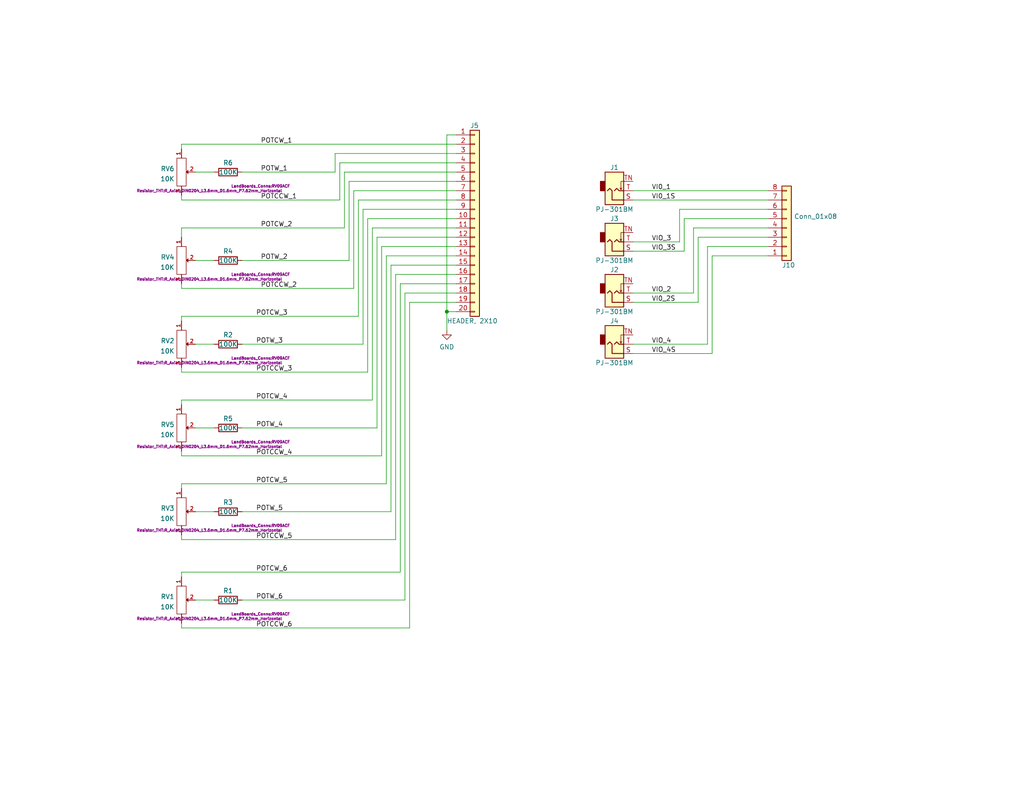
<source format=kicad_sch>
(kicad_sch (version 20211123) (generator eeschema)
  (paper "A")
  (title_block (title "6 POTS, 4 JACKS") (date "2022-10-19") (rev "1") (comment 1 "5 CHANNEL MIXER") (comment 2 "https://note.com/solder_state/n/nffc1a33053be"))
  (lib_symbols
    (symbol "Connector:AudioJack2_SwitchT"
      (property "Reference" "J" (at 0 8.89 0))
      (property "Value" "AudioJack2_SwitchT" (at 0 6.35 0))
      (symbol "AudioJack2_SwitchT_0_1"
        (rectangle (start -2.54 0) (end -3.81 -2.54) (stroke (width 0.254)) (fill (type outline)))
        (polyline (pts (xy 1.778 -0.254) (xy 2.032 -0.762)))
        (polyline (pts (xy 0 0) (xy 0.635 -0.635) (xy 1.27 0) (xy 2.54 0)) (stroke (width 0.254)))
        (polyline (pts (xy 2.54 -2.54) (xy 1.778 -2.54) (xy 1.778 -0.254) (xy 1.524 -0.762)))
        (polyline (pts (xy 2.54 2.54) (xy -0.635 2.54) (xy -0.635 0) (xy -1.27 -0.635) (xy -1.905 0)) (stroke (width 0.254)))
        (rectangle (start 2.54 3.81) (end -2.54 -5.08) (stroke (width 0.254)) (fill (type background)))
      )
      (symbol "AudioJack2_SwitchT_1_1"
        (pin passive line (at 5.08 2.54 180) (length 2.54) (name "~") (number "S"))
        (pin passive line (at 5.08 0 180) (length 2.54) (name "~") (number "T"))
        (pin passive line (at 5.08 -2.54 180) (length 2.54) (name "~") (number "TN"))
      )
    )
    (symbol "Connector_Generic:Conn_01x08" (pin_names (offset 1.016) hide)
      (property "Reference" "J" (at 0 10.16 0))
      (property "Value" "Conn_01x08" (at 0 -12.7 0))
      (symbol "Conn_01x08_1_1"
        (rectangle (start -1.27 -10.033) (end 0 -10.287) (stroke (width 0.1524)))
        (rectangle (start -1.27 -7.493) (end 0 -7.747) (stroke (width 0.1524)))
        (rectangle (start -1.27 -4.953) (end 0 -5.207) (stroke (width 0.1524)))
        (rectangle (start -1.27 -2.413) (end 0 -2.667) (stroke (width 0.1524)))
        (rectangle (start -1.27 0.127) (end 0 -0.127) (stroke (width 0.1524)))
        (rectangle (start -1.27 2.667) (end 0 2.413) (stroke (width 0.1524)))
        (rectangle (start -1.27 5.207) (end 0 4.953) (stroke (width 0.1524)))
        (rectangle (start -1.27 7.747) (end 0 7.493) (stroke (width 0.1524)))
        (rectangle (start -1.27 8.89) (end 1.27 -11.43) (stroke (width 0.254)) (fill (type background)))
        (pin passive line (at -5.08 7.62 0) (length 3.81) (name "Pin_1") (number "1"))
        (pin passive line (at -5.08 5.08 0) (length 3.81) (name "Pin_2") (number "2"))
        (pin passive line (at -5.08 2.54 0) (length 3.81) (name "Pin_3") (number "3"))
        (pin passive line (at -5.08 0 0) (length 3.81) (name "Pin_4") (number "4"))
        (pin passive line (at -5.08 -2.54 0) (length 3.81) (name "Pin_5") (number "5"))
        (pin passive line (at -5.08 -5.08 0) (length 3.81) (name "Pin_6") (number "6"))
        (pin passive line (at -5.08 -7.62 0) (length 3.81) (name "Pin_7") (number "7"))
        (pin passive line (at -5.08 -10.16 0) (length 3.81) (name "Pin_8") (number "8"))
      )
    )
    (symbol "Connector_Generic:Conn_01x20" (pin_names (offset 1.016) hide)
      (property "Reference" "J" (at 0 25.4 0))
      (property "Value" "Conn_01x20" (at 0 -27.94 0))
      (symbol "Conn_01x20_1_1"
        (rectangle (start -1.27 -25.273) (end 0 -25.527) (stroke (width 0.1524)))
        (rectangle (start -1.27 -22.733) (end 0 -22.987) (stroke (width 0.1524)))
        (rectangle (start -1.27 -20.193) (end 0 -20.447) (stroke (width 0.1524)))
        (rectangle (start -1.27 -17.653) (end 0 -17.907) (stroke (width 0.1524)))
        (rectangle (start -1.27 -15.113) (end 0 -15.367) (stroke (width 0.1524)))
        (rectangle (start -1.27 -12.573) (end 0 -12.827) (stroke (width 0.1524)))
        (rectangle (start -1.27 -10.033) (end 0 -10.287) (stroke (width 0.1524)))
        (rectangle (start -1.27 -7.493) (end 0 -7.747) (stroke (width 0.1524)))
        (rectangle (start -1.27 -4.953) (end 0 -5.207) (stroke (width 0.1524)))
        (rectangle (start -1.27 -2.413) (end 0 -2.667) (stroke (width 0.1524)))
        (rectangle (start -1.27 0.127) (end 0 -0.127) (stroke (width 0.1524)))
        (rectangle (start -1.27 2.667) (end 0 2.413) (stroke (width 0.1524)))
        (rectangle (start -1.27 5.207) (end 0 4.953) (stroke (width 0.1524)))
        (rectangle (start -1.27 7.747) (end 0 7.493) (stroke (width 0.1524)))
        (rectangle (start -1.27 10.287) (end 0 10.033) (stroke (width 0.1524)))
        (rectangle (start -1.27 12.827) (end 0 12.573) (stroke (width 0.1524)))
        (rectangle (start -1.27 15.367) (end 0 15.113) (stroke (width 0.1524)))
        (rectangle (start -1.27 17.907) (end 0 17.653) (stroke (width 0.1524)))
        (rectangle (start -1.27 20.447) (end 0 20.193) (stroke (width 0.1524)))
        (rectangle (start -1.27 22.987) (end 0 22.733) (stroke (width 0.1524)))
        (rectangle (start -1.27 24.13) (end 1.27 -26.67) (stroke (width 0.254)) (fill (type background)))
        (pin passive line (at -5.08 22.86 0) (length 3.81) (name "Pin_1") (number "1"))
        (pin passive line (at -5.08 0 0) (length 3.81) (name "Pin_10") (number "10"))
        (pin passive line (at -5.08 -2.54 0) (length 3.81) (name "Pin_11") (number "11"))
        (pin passive line (at -5.08 -5.08 0) (length 3.81) (name "Pin_12") (number "12"))
        (pin passive line (at -5.08 -7.62 0) (length 3.81) (name "Pin_13") (number "13"))
        (pin passive line (at -5.08 -10.16 0) (length 3.81) (name "Pin_14") (number "14"))
        (pin passive line (at -5.08 -12.7 0) (length 3.81) (name "Pin_15") (number "15"))
        (pin passive line (at -5.08 -15.24 0) (length 3.81) (name "Pin_16") (number "16"))
        (pin passive line (at -5.08 -17.78 0) (length 3.81) (name "Pin_17") (number "17"))
        (pin passive line (at -5.08 -20.32 0) (length 3.81) (name "Pin_18") (number "18"))
        (pin passive line (at -5.08 -22.86 0) (length 3.81) (name "Pin_19") (number "19"))
        (pin passive line (at -5.08 20.32 0) (length 3.81) (name "Pin_2") (number "2"))
        (pin passive line (at -5.08 -25.4 0) (length 3.81) (name "Pin_20") (number "20"))
        (pin passive line (at -5.08 17.78 0) (length 3.81) (name "Pin_3") (number "3"))
        (pin passive line (at -5.08 15.24 0) (length 3.81) (name "Pin_4") (number "4"))
        (pin passive line (at -5.08 12.7 0) (length 3.81) (name "Pin_5") (number "5"))
        (pin passive line (at -5.08 10.16 0) (length 3.81) (name "Pin_6") (number "6"))
        (pin passive line (at -5.08 7.62 0) (length 3.81) (name "Pin_7") (number "7"))
        (pin passive line (at -5.08 5.08 0) (length 3.81) (name "Pin_8") (number "8"))
        (pin passive line (at -5.08 2.54 0) (length 3.81) (name "Pin_9") (number "9"))
      )
    )
    (symbol "Device:R" (pin_numbers hide) (pin_names (offset 0))
      (property "Reference" "R" (at 2.032 0 90))
      (property "Value" "R" (at 0 0 90))
      (symbol "R_0_1"
        (rectangle (start -1.016 -2.54) (end 1.016 2.54) (stroke (width 0.254)))
      )
      (symbol "R_1_1"
        (pin passive line (at 0 3.81 270) (length 1.27) (name "~") (number "1"))
        (pin passive line (at 0 -3.81 90) (length 1.27) (name "~") (number "2"))
      )
    )
    (symbol "LandBoards:POT" (pin_names (offset 1.016) hide)
      (property "Reference" "RV" (at 0 -2.54 0))
      (property "Value" "POT" (at 0 0 0))
      (symbol "POT_0_1"
        (rectangle (start -3.81 1.27) (end 3.81 -1.27))
        (polyline (pts (xy 0 1.27) (xy -0.508 1.778) (xy 0.508 1.778)) (fill (type outline)))
      )
      (symbol "POT_1_1"
        (pin passive line (at -6.35 0 0) (length 2.54) (name "1") (number "1"))
        (pin passive line (at 0 3.81 270) (length 2.032) (name "2") (number "2"))
        (pin passive line (at 6.35 0 180) (length 2.54) (name "3") (number "3"))
      )
    )
    (symbol "power:GND" (power) (pin_names (offset 0))
      (property "Value" "GND" (at 0 -3.81 0))
      (symbol "GND_0_1"
        (polyline (pts (xy 0 0) (xy 0 -1.27) (xy 1.27 -1.27) (xy 0 -2.54) (xy -1.27 -1.27) (xy 0 -1.27)))
      )
      (symbol "GND_1_1"
        (pin power_in line (at 0 0 270) (length 0) hide (name "GND") (number "1"))
      )
    )
  )
  (junction (at 121.92 85.09))
  (wire (pts (xy 107.95 147.32) (xy 107.95 74.93)))
  (wire (pts (xy 124.46 69.85) (xy 105.41 69.85)))
  (wire (pts (xy 96.52 78.74) (xy 96.52 52.07)))
  (wire (pts (xy 49.53 100.33) (xy 49.53 101.6)))
  (wire (pts (xy 124.46 62.23) (xy 101.6 62.23)))
  (wire (pts (xy 102.87 116.84) (xy 66.04 116.84)))
  (wire (pts (xy 124.46 72.39) (xy 106.68 72.39)))
  (wire (pts (xy 49.53 77.47) (xy 49.53 78.74)))
  (wire (pts (xy 172.72 80.01) (xy 189.23 80.01)))
  (wire (pts (xy 185.42 66.04) (xy 185.42 57.15)))
  (wire (pts (xy 110.49 80.01) (xy 110.49 163.83)))
  (wire (pts (xy 104.14 67.31) (xy 104.14 124.46)))
  (wire (pts (xy 193.04 67.31) (xy 209.55 67.31)))
  (wire (pts (xy 58.42 163.83) (xy 53.34 163.83)))
  (wire (pts (xy 111.76 82.55) (xy 111.76 171.45)))
  (wire (pts (xy 49.53 133.35) (xy 49.53 132.08)))
  (wire (pts (xy 49.53 54.61) (xy 92.71 54.61)))
  (wire (pts (xy 106.68 72.39) (xy 106.68 139.7)))
  (wire (pts (xy 49.53 156.21) (xy 109.22 156.21)))
  (wire (pts (xy 107.95 74.93) (xy 124.46 74.93)))
  (wire (pts (xy 49.53 147.32) (xy 107.95 147.32)))
  (wire (pts (xy 49.53 171.45) (xy 111.76 171.45)))
  (wire (pts (xy 49.53 170.18) (xy 49.53 171.45)))
  (wire (pts (xy 49.53 39.37) (xy 49.53 40.64)))
  (wire (pts (xy 102.87 64.77) (xy 102.87 116.84)))
  (wire (pts (xy 66.04 163.83) (xy 110.49 163.83)))
  (wire (pts (xy 172.72 96.52) (xy 194.31 96.52)))
  (wire (pts (xy 49.53 64.77) (xy 49.53 62.23)))
  (wire (pts (xy 49.53 78.74) (xy 96.52 78.74)))
  (wire (pts (xy 58.42 93.98) (xy 53.34 93.98)))
  (wire (pts (xy 185.42 57.15) (xy 209.55 57.15)))
  (wire (pts (xy 172.72 68.58) (xy 186.69 68.58)))
  (wire (pts (xy 49.53 86.36) (xy 97.79 86.36)))
  (wire (pts (xy 96.52 52.07) (xy 124.46 52.07)))
  (wire (pts (xy 121.92 36.83) (xy 121.92 85.09)))
  (wire (pts (xy 66.04 93.98) (xy 99.06 93.98)))
  (wire (pts (xy 101.6 62.23) (xy 101.6 109.22)))
  (wire (pts (xy 58.42 139.7) (xy 53.34 139.7)))
  (wire (pts (xy 93.98 62.23) (xy 93.98 46.99)))
  (wire (pts (xy 186.69 68.58) (xy 186.69 59.69)))
  (wire (pts (xy 99.06 57.15) (xy 99.06 93.98)))
  (wire (pts (xy 193.04 93.98) (xy 193.04 67.31)))
  (wire (pts (xy 194.31 69.85) (xy 209.55 69.85)))
  (wire (pts (xy 106.68 139.7) (xy 66.04 139.7)))
  (wire (pts (xy 97.79 86.36) (xy 97.79 54.61)))
  (wire (pts (xy 101.6 109.22) (xy 49.53 109.22)))
  (wire (pts (xy 172.72 82.55) (xy 190.5 82.55)))
  (wire (pts (xy 124.46 41.91) (xy 91.44 41.91)))
  (wire (pts (xy 95.25 71.12) (xy 95.25 49.53)))
  (wire (pts (xy 124.46 57.15) (xy 99.06 57.15)))
  (wire (pts (xy 109.22 77.47) (xy 109.22 156.21)))
  (wire (pts (xy 49.53 123.19) (xy 49.53 124.46)))
  (wire (pts (xy 49.53 157.48) (xy 49.53 156.21)))
  (wire (pts (xy 93.98 46.99) (xy 124.46 46.99)))
  (wire (pts (xy 100.33 59.69) (xy 100.33 101.6)))
  (wire (pts (xy 121.92 85.09) (xy 121.92 90.17)))
  (wire (pts (xy 100.33 101.6) (xy 49.53 101.6)))
  (wire (pts (xy 189.23 62.23) (xy 209.55 62.23)))
  (wire (pts (xy 49.53 87.63) (xy 49.53 86.36)))
  (wire (pts (xy 49.53 132.08) (xy 105.41 132.08)))
  (wire (pts (xy 172.72 54.61) (xy 209.55 54.61)))
  (wire (pts (xy 66.04 71.12) (xy 95.25 71.12)))
  (wire (pts (xy 49.53 53.34) (xy 49.53 54.61)))
  (wire (pts (xy 172.72 93.98) (xy 193.04 93.98)))
  (wire (pts (xy 190.5 64.77) (xy 209.55 64.77)))
  (wire (pts (xy 97.79 54.61) (xy 124.46 54.61)))
  (wire (pts (xy 105.41 69.85) (xy 105.41 132.08)))
  (wire (pts (xy 95.25 49.53) (xy 124.46 49.53)))
  (wire (pts (xy 124.46 36.83) (xy 121.92 36.83)))
  (wire (pts (xy 104.14 124.46) (xy 49.53 124.46)))
  (wire (pts (xy 124.46 77.47) (xy 109.22 77.47)))
  (wire (pts (xy 124.46 82.55) (xy 111.76 82.55)))
  (wire (pts (xy 124.46 80.01) (xy 110.49 80.01)))
  (wire (pts (xy 92.71 54.61) (xy 92.71 44.45)))
  (wire (pts (xy 194.31 96.52) (xy 194.31 69.85)))
  (wire (pts (xy 49.53 110.49) (xy 49.53 109.22)))
  (wire (pts (xy 92.71 44.45) (xy 124.46 44.45)))
  (wire (pts (xy 124.46 59.69) (xy 100.33 59.69)))
  (wire (pts (xy 124.46 67.31) (xy 104.14 67.31)))
  (wire (pts (xy 49.53 62.23) (xy 93.98 62.23)))
  (wire (pts (xy 66.04 46.99) (xy 91.44 46.99)))
  (wire (pts (xy 49.53 39.37) (xy 124.46 39.37)))
  (wire (pts (xy 121.92 85.09) (xy 124.46 85.09)))
  (wire (pts (xy 53.34 71.12) (xy 58.42 71.12)))
  (wire (pts (xy 124.46 64.77) (xy 102.87 64.77)))
  (wire (pts (xy 189.23 80.01) (xy 189.23 62.23)))
  (wire (pts (xy 172.72 52.07) (xy 209.55 52.07)))
  (wire (pts (xy 172.72 66.04) (xy 185.42 66.04)))
  (wire (pts (xy 190.5 82.55) (xy 190.5 64.77)))
  (wire (pts (xy 91.44 41.91) (xy 91.44 46.99)))
  (wire (pts (xy 186.69 59.69) (xy 209.55 59.69)))
  (wire (pts (xy 49.53 146.05) (xy 49.53 147.32)))
  (wire (pts (xy 53.34 46.99) (xy 58.42 46.99)))
  (wire (pts (xy 58.42 116.84) (xy 53.34 116.84)))
  (label "VIO_3" (at 177.8 66.04 0))
  (label "POTW_2" (at 71.12 71.12 0))
  (label "POTW_3" (at 69.85 93.98 0))
  (label "POTCCW_5" (at 69.85 147.32 0))
  (label "VIO_2" (at 177.8 80.01 0))
  (label "VIO_4" (at 177.8 93.98 0))
  (label "POTCCW_2" (at 71.12 78.74 0))
  (label "POTW_1" (at 71.12 46.99 0))
  (label "VIO_3S" (at 177.8 68.58 0))
  (label "POTCW_4" (at 69.85 109.22 0))
  (label "POTCW_2" (at 71.12 62.23 0))
  (label "POTCW_6" (at 69.85 156.21 0))
  (label "POTW_5" (at 69.85 139.7 0))
  (label "POTCW_1" (at 71.12 39.37 0))
  (label "POTCCW_4" (at 69.85 124.46 0))
  (label "VI0_1" (at 177.8 52.07 0))
  (label "POTCW_3" (at 69.85 86.36 0))
  (label "POTW_4" (at 69.85 116.84 0))
  (label "POTCCW_1" (at 71.12 54.61 0))
  (label "VI0_1S" (at 177.8 54.61 0))
  (label "POTCW_5" (at 69.85 132.08 0))
  (label "POTCCW_3" (at 69.85 101.6 0))
  (label "VIO_4S" (at 177.8 96.52 0))
  (label "POTW_6" (at 69.85 163.83 0))
  (label "POTCCW_6" (at 69.85 171.45 0))
  (label "VI0_2S" (at 177.8 82.55 0))
  (symbol (lib_id "Device:R") (at 62.23 139.7 90) (unit 1)
    (property "Reference" "R3" (at 62.23 137.16 90))
    (property "Value" "100K" (at 62.23 139.7 90))
    (property "Footprint" "Resistor_THT:R_Axial_DIN0204_L3.6mm_D1.6mm_P7.62mm_Horizontal" (at 57.15 144.78 90) (effects (font (size 0.762 0.762))))
    (property "Datasheet" "https://www.mouser.com/ProductDetail/Xicon/299-2.2K-RC?qs=QaPBMFBEHz3RDbXknTj%252ByA%3D%3D" (effects hide))
  )
  (symbol (lib_id "Connector_Generic:Conn_01x08") (at 214.63 62.23 0) (mirror x) (unit 1)
    (property "Reference" "J10" (at 213.36 72.39 0) (effects (justify left)))
    (property "Value" "Conn_01x08" (at 216.662 59.0934 0) (effects (justify left)))
    (property "Footprint" "Connector_PinHeader_2.54mm:PinHeader_1x08_P2.54mm_Vertical" (effects hide))
  )
  (symbol (lib_id "Connector:AudioJack2_SwitchT") (at 167.64 66.04 0) (mirror x) (unit 1)
    (property "Reference" "J3" (at 167.64 59.69 0))
    (property "Value" "PJ-301BM" (at 167.64 71.12 0))
    (property "Footprint" "AudioJacks:Jack_3.5mm_QingPu_WQP-PJ301BM_Vertical" (effects hide))
    (property "Datasheet" "https://www.taydaelectronics.com/pj-301bm-3-5-mm-mono-phone-jack.html" (effects hide))
  )
  (symbol (lib_id "Device:R") (at 62.23 46.99 90) (unit 1)
    (property "Reference" "R6" (at 62.23 44.45 90))
    (property "Value" "100K" (at 62.23 46.99 90))
    (property "Footprint" "Resistor_THT:R_Axial_DIN0204_L3.6mm_D1.6mm_P7.62mm_Horizontal" (at 57.15 52.07 90) (effects (font (size 0.762 0.762))))
    (property "Datasheet" "https://www.mouser.com/ProductDetail/Xicon/299-2.2K-RC?qs=QaPBMFBEHz3RDbXknTj%252ByA%3D%3D" (effects hide))
  )
  (symbol (lib_id "Device:R") (at 62.23 93.98 90) (unit 1)
    (property "Reference" "R2" (at 62.23 91.44 90))
    (property "Value" "100K" (at 62.23 93.98 90))
    (property "Footprint" "Resistor_THT:R_Axial_DIN0204_L3.6mm_D1.6mm_P7.62mm_Horizontal" (at 57.15 99.06 90) (effects (font (size 0.762 0.762))))
    (property "Datasheet" "https://www.mouser.com/ProductDetail/Xicon/299-2.2K-RC?qs=QaPBMFBEHz3RDbXknTj%252ByA%3D%3D" (effects hide))
  )
  (symbol (lib_id "LandBoards:POT") (at 49.53 116.84 270) (unit 1)
    (property "Reference" "RV5" (at 47.6251 115.9315 90) (effects (justify right)))
    (property "Value" "10K" (at 47.6251 118.7066 90) (effects (justify right)))
    (property "Footprint" "LandBoards_Conns:RV09ACF" (at 71.12 120.65 90) (effects (font (size 0.762 0.762))))
  )
  (symbol (lib_id "LandBoards:POT") (at 49.53 163.83 270) (unit 1)
    (property "Reference" "RV1" (at 47.6251 162.9215 90) (effects (justify right)))
    (property "Value" "10K" (at 47.6251 165.6966 90) (effects (justify right)))
    (property "Footprint" "LandBoards_Conns:RV09ACF" (at 71.12 167.64 90) (effects (font (size 0.762 0.762))))
  )
  (symbol (lib_id "LandBoards:POT") (at 49.53 71.12 270) (unit 1)
    (property "Reference" "RV4" (at 47.6251 70.2115 90) (effects (justify right)))
    (property "Value" "10K" (at 47.6251 72.9866 90) (effects (justify right)))
    (property "Footprint" "LandBoards_Conns:RV09ACF" (at 71.12 74.93 90) (effects (font (size 0.762 0.762))))
  )
  (symbol (lib_id "Device:R") (at 62.23 116.84 90) (unit 1)
    (property "Reference" "R5" (at 62.23 114.3 90))
    (property "Value" "100K" (at 62.23 116.84 90))
    (property "Footprint" "Resistor_THT:R_Axial_DIN0204_L3.6mm_D1.6mm_P7.62mm_Horizontal" (at 57.15 121.92 90) (effects (font (size 0.762 0.762))))
    (property "Datasheet" "https://www.mouser.com/ProductDetail/Xicon/299-2.2K-RC?qs=QaPBMFBEHz3RDbXknTj%252ByA%3D%3D" (effects hide))
  )
  (symbol (lib_id "Connector_Generic:Conn_01x20") (at 129.54 59.69 0) (unit 1)
    (property "Reference" "J5" (at 128.27 34.29 0) (effects (justify left)))
    (property "Value" "HEADER, 2X10" (at 121.92 87.63 0) (effects (justify left)))
    (property "Footprint" "Connector_PinHeader_2.54mm:PinHeader_2x10_P2.54mm_Vertical" (effects hide))
  )
  (symbol (lib_id "Device:R") (at 62.23 163.83 90) (unit 1)
    (property "Reference" "R1" (at 62.23 161.29 90))
    (property "Value" "100K" (at 62.23 163.83 90))
    (property "Footprint" "Resistor_THT:R_Axial_DIN0204_L3.6mm_D1.6mm_P7.62mm_Horizontal" (at 57.15 168.91 90) (effects (font (size 0.762 0.762))))
    (property "Datasheet" "https://www.mouser.com/ProductDetail/Xicon/299-2.2K-RC?qs=QaPBMFBEHz3RDbXknTj%252ByA%3D%3D" (effects hide))
  )
  (symbol (lib_id "LandBoards:POT") (at 49.53 139.7 270) (unit 1)
    (property "Reference" "RV3" (at 47.6251 138.7915 90) (effects (justify right)))
    (property "Value" "10K" (at 47.6251 141.5666 90) (effects (justify right)))
    (property "Footprint" "LandBoards_Conns:RV09ACF" (at 71.12 143.51 90) (effects (font (size 0.762 0.762))))
  )
  (symbol (lib_id "LandBoards:POT") (at 49.53 93.98 270) (unit 1)
    (property "Reference" "RV2" (at 47.6251 93.0715 90) (effects (justify right)))
    (property "Value" "10K" (at 47.6251 95.8466 90) (effects (justify right)))
    (property "Footprint" "LandBoards_Conns:RV09ACF" (at 71.12 97.79 90) (effects (font (size 0.762 0.762))))
  )
  (symbol (lib_id "Device:R") (at 62.23 71.12 90) (unit 1)
    (property "Reference" "R4" (at 62.23 68.58 90))
    (property "Value" "100K" (at 62.23 71.12 90))
    (property "Footprint" "Resistor_THT:R_Axial_DIN0204_L3.6mm_D1.6mm_P7.62mm_Horizontal" (at 57.15 76.2 90) (effects (font (size 0.762 0.762))))
    (property "Datasheet" "https://www.mouser.com/ProductDetail/Xicon/299-2.2K-RC?qs=QaPBMFBEHz3RDbXknTj%252ByA%3D%3D" (effects hide))
  )
  (symbol (lib_id "Connector:AudioJack2_SwitchT") (at 167.64 52.07 0) (mirror x) (unit 1)
    (property "Reference" "J1" (at 167.64 45.72 0))
    (property "Value" "PJ-301BM" (at 167.64 57.15 0))
    (property "Footprint" "AudioJacks:Jack_3.5mm_QingPu_WQP-PJ301BM_Vertical" (effects hide))
    (property "Datasheet" "https://www.taydaelectronics.com/pj-301bm-3-5-mm-mono-phone-jack.html" (effects hide))
  )
  (symbol (lib_id "Connector:AudioJack2_SwitchT") (at 167.64 80.01 0) (mirror x) (unit 1)
    (property "Reference" "J2" (at 167.64 73.66 0))
    (property "Value" "PJ-301BM" (at 167.64 85.09 0))
    (property "Footprint" "AudioJacks:Jack_3.5mm_QingPu_WQP-PJ301BM_Vertical" (effects hide))
    (property "Datasheet" "https://www.taydaelectronics.com/pj-301bm-3-5-mm-mono-phone-jack.html" (effects hide))
  )
  (symbol (lib_id "LandBoards:POT") (at 49.53 46.99 270) (unit 1)
    (property "Reference" "RV6" (at 47.6251 46.0815 90) (effects (justify right)))
    (property "Value" "10K" (at 47.6251 48.8566 90) (effects (justify right)))
    (property "Footprint" "LandBoards_Conns:RV09ACF" (at 71.12 50.8 90) (effects (font (size 0.762 0.762))))
  )
  (symbol (lib_id "power:GND") (at 121.92 90.17 0) (unit 1)
    (property "Reference" "#PWR?" (effects hide))
    (property "Value" "GND" (at 121.92 94.7325 0))
  )
  (symbol (lib_id "Connector:AudioJack2_SwitchT") (at 167.64 93.98 0) (mirror x) (unit 1)
    (property "Reference" "J4" (at 167.64 87.63 0))
    (property "Value" "PJ-301BM" (at 167.64 99.06 0))
    (property "Footprint" "AudioJacks:Jack_3.5mm_QingPu_WQP-PJ301BM_Vertical" (effects hide))
    (property "Datasheet" "https://www.taydaelectronics.com/pj-301bm-3-5-mm-mono-phone-jack.html" (effects hide))
  )
)
</source>
